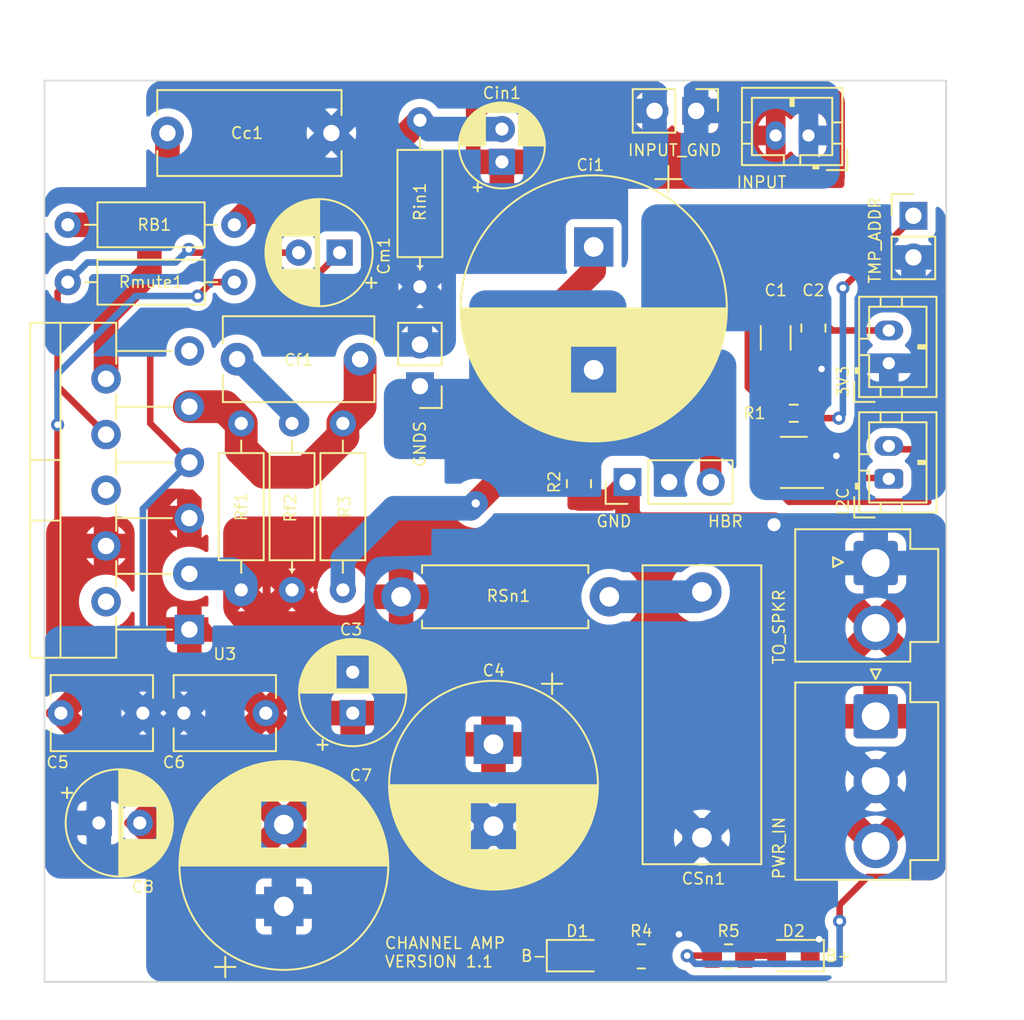
<source format=kicad_pcb>
(kicad_pcb (version 20221018) (generator pcbnew)
  (layers (0 "F.Cu" signal) (31 "B.Cu" signal) (34 "B.Paste" user) (35 "F.Paste" user) (36 "B.SilkS" user "B.Silkscreen") (37 "F.SilkS" user "F.Silkscreen") (38 "B.Mask" user) (39 "F.Mask" user) (44 "Edge.Cuts" user))
  (net 0 "")
  (net 1 "Net-(U3-+)")
  (net 2 "Net-(Cf1-Pad1)")
  (net 3 "CH1-IN")
  (net 4 "Net-(Ci1-Pad1)")
  (net 5 "VP")
  (net 6 "VM")
  (net 7 "CH1-OUT")
  (net 8 "INPUTGND")
  (net 9 "PGND")
  (net 10 "Net-(U3-MUTE)")
  (net 11 "Net-(CSn1-Pad2)")
  (net 12 "Net-(D1-A)")
  (net 13 "Net-(D2-A)")
  (net 14 "Net-(Cin1-Pad2)")
  (net 15 "DGND")
  (net 16 "3V3")
  (net 17 "ADD1")
  (net 18 "SIGGND")
  (net 19 "SCL")
  (net 20 "SDA")
  (net 21 "Net-(J7-Pin_3)")
  (net 25 "CH1GND")
  (net 26 "OPAMP_NEG")
  (footprint "Resistor_THT:R_Axial_DIN0207_L6.3mm_D2.5mm_P10.16mm_Horizontal" (layer "F.Cu") (at 94.5 98.37 -90)
    (fp_text reference "R3" (at 5.08 -0.1 90 unlocked) (layer "F.SilkS") (effects (font (size 0.7 0.7) (thickness 0.1))))
    (fp_text value "1.0K")
    (pad "1" thru_hole circle (at 0 0 270) (size 1.6 1.6) (drill 0.8) (layers "*.Cu" "*.Mask") (net 26 "OPAMP_NEG"))
    (pad "2" thru_hole oval (at 10.16 0 270) (size 1.6 1.6) (drill 0.8) (layers "*.Cu" "*.Mask") (net 4 "Net-(Ci1-Pad1)"))
  )
  (footprint "Capacitor_THT:CP_Radial_D6.3mm_P2.50mm" (layer "F.Cu") (at 79.612621 122.75)
    (fp_text reference "C8" (at 2.687379 3.9 unlocked) (layer "F.SilkS") (effects (font (size 0.7 0.7) (thickness 0.1))))
    (fp_text value "33U 50V")
    (pad "1" thru_hole rect (at 0 0) (size 1.6 1.6) (drill 0.8) (layers "*.Cu" "*.Mask") (net 9 "PGND"))
    (pad "2" thru_hole circle (at 2.5 0) (size 1.6 1.6) (drill 0.8) (layers "*.Cu" "*.Mask") (net 6 "VM"))
  )
  (footprint "Resistor_SMD:R_0805_2012Metric_Pad1.20x1.40mm_HandSolder" (layer "F.Cu") (at 108.9 102.05 -90)
    (fp_text reference "R2" (at -0.1 1.5 90 unlocked) (layer "F.SilkS") (effects (font (size 0.7 0.7) (thickness 0.1))))
    (fp_text value "15R")
    (pad "1" smd roundrect (at -1 0 270) (size 1.2 1.4) (layers "F.Cu" "F.Paste" "F.Mask") (roundrect_rratio 0.2083333333) (net 21 "Net-(J7-Pin_3)"))
    (pad "2" smd roundrect (at 1 0 270) (size 1.2 1.4) (layers "F.Cu" "F.Paste" "F.Mask") (roundrect_rratio 0.2083333333) (net 9 "PGND"))
  )
  (footprint "Capacitor_THT:C_Disc_D11.0mm_W5.0mm_P10.00mm" (layer "F.Cu") (at 83.8 80.65)
    (fp_text reference "Cc1" (at 4.85 0 unlocked) (layer "F.SilkS") (effects (font (size 0.7 0.7) (thickness 0.1))))
    (fp_text value "680P")
    (pad "1" thru_hole circle (at 0 0) (size 2 2) (drill 1) (layers "*.Cu" "*.Mask") (net 1 "Net-(U3-+)"))
    (pad "2" thru_hole circle (at 10 0) (size 2 2) (drill 1) (layers "*.Cu" "*.Mask") (net 8 "INPUTGND"))
  )
  (footprint "Resistor_SMD:R_0805_2012Metric_Pad1.20x1.40mm_HandSolder" (layer "F.Cu") (at 118.025 130.895 180)
    (fp_text reference "R5" (at 0 1.545 unlocked) (layer "F.SilkS") (effects (font (size 0.7 0.7) (thickness 0.1))))
    (fp_text value "9.1K")
    (pad "1" smd roundrect (at -1 0 180) (size 1.2 1.4) (layers "F.Cu" "F.Paste" "F.Mask") (roundrect_rratio 0.2083333333) (net 13 "Net-(D2-A)"))
    (pad "2" smd roundrect (at 1 0 180) (size 1.2 1.4) (layers "F.Cu" "F.Paste" "F.Mask") (roundrect_rratio 0.2083333333) (net 5 "VP"))
  )
  (footprint "Capacitor_THT:CP_Radial_D6.3mm_P2.50mm" (layer "F.Cu") (at 95.1 116.05 90)
    (fp_text reference "C3" (at 5.1 -0.1 unlocked) (layer "F.SilkS") (effects (font (size 0.7 0.7) (thickness 0.1))))
    (fp_text value "33U 50V")
    (pad "1" thru_hole rect (at 0 0 90) (size 1.6 1.6) (drill 0.8) (layers "*.Cu" "*.Mask") (net 5 "VP"))
    (pad "2" thru_hole circle (at 2.5 0 90) (size 1.6 1.6) (drill 0.8) (layers "*.Cu" "*.Mask") (net 9 "PGND"))
  )
  (footprint "Capacitor_THT:CP_Radial_D16.0mm_P7.50mm" (layer "F.Cu") (at 109.8 87.6 -90)
    (fp_text reference "Ci1" (at -5 0.2 unlocked) (layer "F.SilkS") (effects (font (size 0.7 0.7) (thickness 0.1))))
    (fp_text value "1000U 35V")
    (pad "1" thru_hole rect (at 0 0 270) (size 2.4 2.4) (drill 1.2) (layers "*.Cu" "*.Mask") (net 4 "Net-(Ci1-Pad1)"))
    (pad "2" thru_hole circle (at 7.5 0 270) (size 2.4 2.4) (drill 1.2) (layers "*.Cu" "*.Mask") (net 18 "SIGGND"))
  )
  (footprint "MountingHole:MountingHole_3mm" (layer "F.Cu") (at 128.8 129.95)
    (fp_text reference "H4" hide)
    (fp_text value "MountingHole")
    (pad "" np_thru_hole circle (at 0 0) (size 3 3) (drill 3) (layers "*.Cu" "*.Mask"))
  )
  (footprint "Capacitor_THT:C_Disc_D6.0mm_W4.4mm_P5.00mm" (layer "F.Cu") (at 89.8 116.05 180)
    (fp_text reference "C6" (at 5.6 -3 unlocked) (layer "F.SilkS") (effects (font (size 0.7 0.7) (thickness 0.1))))
    (fp_text value "4.7U X7R 50V")
    (pad "1" thru_hole circle (at 0 0 180) (size 1.6 1.6) (drill 0.8) (layers "*.Cu" "*.Mask") (net 5 "VP"))
    (pad "2" thru_hole circle (at 5 0 180) (size 1.6 1.6) (drill 0.8) (layers "*.Cu" "*.Mask") (net 9 "PGND"))
  )
  (footprint "Package_TO_SOT_SMD:SOT-23-6" (layer "F.Cu") (at 122 100.75 180)
    (fp_text reference "U2" hide)
    (fp_text value "TMP100")
    (pad "1" smd roundrect (at -1.1375 -0.95 180) (size 1.325 0.6) (layers "F.Cu" "F.Paste" "F.Mask") (net 19 "SCL"))
    (pad "2" smd roundrect (at -1.1375 0 180) (size 1.325 0.6) (layers "F.Cu" "F.Paste" "F.Mask") (net 15 "DGND"))
    (pad "3" smd roundrect (at -1.1375 0.95 180) (size 1.325 0.6) (layers "F.Cu" "F.Paste" "F.Mask") (net 17 "ADD1"))
    (pad "4" smd roundrect (at 1.1375 0.95 180) (size 1.325 0.6) (layers "F.Cu" "F.Paste" "F.Mask") (net 16 "3V3"))
    (pad "5" smd roundrect (at 1.1375 0 180) (size 1.325 0.6) (layers "F.Cu" "F.Paste" "F.Mask") (net 16 "3V3"))
    (pad "6" smd roundrect (at 1.1375 -0.95 180) (size 1.325 0.6) (layers "F.Cu" "F.Paste" "F.Mask") (net 20 "SDA"))
  )
  (footprint "Connector_JST:JST_PH_B2B-PH-K_1x02_P2.00mm_Vertical" (layer "F.Cu") (at 122.9 80.8 180)
    (fp_text reference "J3" hide)
    (fp_text value "Conn_01x02_Male")
    (pad "1" thru_hole roundrect (at 0 0 180) (size 1.2 1.75) (drill 0.75) (layers "*.Cu" "*.Mask") (roundrect_rratio 0.2083333333) (net 25 "CH1GND"))
    (pad "2" thru_hole oval (at 2 0 180) (size 1.2 1.75) (drill 0.75) (layers "*.Cu" "*.Mask") (net 3 "CH1-IN"))
  )
  (footprint "Resistor_THT:R_Axial_DIN0207_L6.3mm_D2.5mm_P10.16mm_Horizontal" (layer "F.Cu") (at 87.88 86.25 180)
    (fp_text reference "RB1" (at 4.88 0 unlocked) (layer "F.SilkS") (effects (font (size 0.7 0.7) (thickness 0.1))))
    (fp_text value "1.2K")
    (pad "1" thru_hole circle (at 0 0 180) (size 1.6 1.6) (drill 0.8) (layers "*.Cu" "*.Mask") (net 14 "Net-(Cin1-Pad2)"))
    (pad "2" thru_hole oval (at 10.16 0 180) (size 1.6 1.6) (drill 0.8) (layers "*.Cu" "*.Mask") (net 1 "Net-(U3-+)"))
  )
  (footprint "Connector_JST:JST_VH_B3P-VH-B_1x03_P3.96mm_Vertical" (layer "F.Cu") (at 127 116.24 -90)
    (fp_text reference "J9" hide)
    (fp_text value "Conn_01x03_Male")
    (pad "1" thru_hole roundrect (at 0 0 270) (size 2.7 2.7) (drill 1.7) (layers "*.Cu" "*.Mask") (roundrect_rratio 0.09259296296) (net 5 "VP"))
    (pad "2" thru_hole circle (at 3.96 0 270) (size 2.7 2.7) (drill 1.7) (layers "*.Cu" "*.Mask") (net 9 "PGND"))
    (pad "3" thru_hole circle (at 7.92 0 270) (size 2.7 2.7) (drill 1.7) (layers "*.Cu" "*.Mask") (net 6 "VM"))
  )
  (footprint "Connector_JST:JST_PH_B2B-PH-K_1x02_P2.00mm_Vertical" (layer "F.Cu") (at 127.8 101.75 90)
    (fp_text reference "J6" hide)
    (fp_text value "Conn_01x02_Male")
    (pad "1" thru_hole roundrect (at 0 0 90) (size 1.2 1.75) (drill 0.75) (layers "*.Cu" "*.Mask") (roundrect_rratio 0.2083333333) (net 19 "SCL"))
    (pad "2" thru_hole oval (at 2 0 90) (size 1.2 1.75) (drill 0.75) (layers "*.Cu" "*.Mask") (net 20 "SDA"))
  )
  (footprint "Resistor_THT:R_Axial_DIN0411_L9.9mm_D3.6mm_P12.70mm_Horizontal" (layer "F.Cu") (at 110.75 108.95 180)
    (fp_text reference "RSn1" (at 6.15 0.05 unlocked) (layer "F.SilkS") (effects (font (size 0.7 0.7) (thickness 0.1))))
    (fp_text value "4R7")
    (pad "1" thru_hole circle (at 0 0 180) (size 2.4 2.4) (drill 1.2) (layers "*.Cu" "*.Mask") (net 11 "Net-(CSn1-Pad2)"))
    (pad "2" thru_hole oval (at 12.7 0 180) (size 2.4 2.4) (drill 1.2) (layers "*.Cu" "*.Mask") (net 7 "CH1-OUT"))
  )
  (footprint "Connector_PinHeader_2.54mm:PinHeader_1x02_P2.54mm_Vertical" (layer "F.Cu") (at 116.05 79.3 -90)
    (fp_text reference "J2" hide)
    (fp_text value "Conn_01x02_Male")
    (pad "1" thru_hole rect (at 0 0 270) (size 1.7 1.7) (drill 1) (layers "*.Cu" "*.Mask") (net 25 "CH1GND"))
    (pad "2" thru_hole oval (at 0 2.54 270) (size 1.7 1.7) (drill 1) (layers "*.Cu" "*.Mask") (net 8 "INPUTGND"))
  )
  (footprint "Capacitor_THT:C_Disc_D6.0mm_W4.4mm_P5.00mm" (layer "F.Cu") (at 82.3 116.05 180)
    (fp_text reference "C5" (at 5.2 -3 unlocked) (layer "F.SilkS") (effects (font (size 0.7 0.7) (thickness 0.1))))
    (fp_text value "4.7U X74 50V")
    (pad "1" thru_hole circle (at 0 0 180) (size 1.6 1.6) (drill 0.8) (layers "*.Cu" "*.Mask") (net 9 "PGND"))
    (pad "2" thru_hole circle (at 5 0 180) (size 1.6 1.6) (drill 0.8) (layers "*.Cu" "*.Mask") (net 6 "VM"))
  )
  (footprint "Resistor_SMD:R_1206_3216Metric_Pad1.30x1.75mm_HandSolder" (layer "F.Cu") (at 120.9 93.15 90)
    (fp_text reference "C1" (at 2.9 0 unlocked) (layer "F.SilkS") (effects (font (size 0.7 0.7) (thickness 0.1))))
    (fp_text value "10U")
    (pad "1" smd roundrect (at -1.55 0 90) (size 1.3 1.75) (layers "F.Cu" "F.Paste" "F.Mask") (roundrect_rratio 0.1923076923) (net 15 "DGND"))
    (pad "2" smd roundrect (at 1.55 0 90) (size 1.3 1.75) (layers "F.Cu" "F.Paste" "F.Mask") (roundrect_rratio 0.1923076923) (net 16 "3V3"))
  )
  (footprint "MountingHole:MountingHole_3mm" (layer "F.Cu") (at 78.8 79.95)
    (fp_text reference "H1" hide)
    (fp_text value "MountingHole")
    (pad "" np_thru_hole circle (at 0 0) (size 3 3) (drill 3) (layers "*.Cu" "*.Mask"))
  )
  (footprint "Package_TO_SOT_THT:TO-220-11_P3.4x5.08mm_StaggerOdd_Lead4.85mm_Vertical" (layer "F.Cu") (at 85.135 110.95 90)
    (fp_text reference "U3" (at -1.5 2.165 unlocked) (layer "F.SilkS") (effects (font (size 0.7 0.7) (thickness 0.1))))
    (fp_text value "LM3886")
    (pad "1" thru_hole rect (at 0 0 90) (size 1.8 1.8) (drill 1) (layers "*.Cu" "*.Mask") (net 5 "VP"))
    (pad "2" thru_hole oval (at 1.7 -5.08 90) (size 1.8 1.8) (drill 1) (layers "*.Cu" "*.Mask"))
    (pad "3" thru_hole oval (at 3.4 0 90) (size 1.8 1.8) (drill 1) (layers "*.Cu" "*.Mask") (net 7 "CH1-OUT"))
    (pad "4" thru_hole oval (at 5.1 -5.08 90) (size 1.8 1.8) (drill 1) (layers "*.Cu" "*.Mask") (net 6 "VM"))
    (pad "5" thru_hole oval (at 6.8 0 90) (size 1.8 1.8) (drill 1) (layers "*.Cu" "*.Mask") (net 5 "VP"))
    (pad "6" thru_hole oval (at 8.5 -5.08 90) (size 1.8 1.8) (drill 1) (layers "*.Cu" "*.Mask"))
    (pad "7" thru_hole oval (at 10.2 0 90) (size 1.8 1.8) (drill 1) (layers "*.Cu" "*.Mask") (net 9 "PGND"))
    (pad "8" thru_hole oval (at 11.9 -5.08 90) (size 1.8 1.8) (drill 1) (layers "*.Cu" "*.Mask") (net 10 "Net-(U3-MUTE)"))
    (pad "9" thru_hole oval (at 13.6 0 90) (size 1.8 1.8) (drill 1) (layers "*.Cu" "*.Mask") (net 26 "OPAMP_NEG"))
    (pad "10" thru_hole oval (at 15.3 -5.08 90) (size 1.8 1.8) (drill 1) (layers "*.Cu" "*.Mask") (net 1 "Net-(U3-+)"))
    (pad "11" thru_hole oval (at 17 0 90) (size 1.8 1.8) (drill 1) (layers "*.Cu" "*.Mask"))
  )
  (footprint "Capacitor_THT:CP_Radial_D5.0mm_P2.00mm" (layer "F.Cu") (at 104.2 82.410113 90)
    (fp_text reference "Cin1" (at 4.2 0 unlocked) (layer "F.SilkS") (effects (font (size 0.7 0.7) (thickness 0.1))))
    (fp_text value "10UF")
    (pad "1" thru_hole rect (at 0 0 90) (size 1.6 1.6) (drill 0.8) (layers "*.Cu" "*.Mask") (net 3 "CH1-IN"))
    (pad "2" thru_hole circle (at 2 0 90) (size 1.6 1.6) (drill 0.8) (layers "*.Cu" "*.Mask") (net 14 "Net-(Cin1-Pad2)"))
  )
  (footprint "Connector_PinHeader_2.54mm:PinHeader_1x03_P2.54mm_Vertical" (layer "F.Cu") (at 111.86 101.95 90)
    (fp_text reference "J7" hide)
    (fp_text value "Conn_01x03_Male")
    (pad "1" thru_hole rect (at 0 0 90) (size 1.7 1.7) (drill 1) (layers "*.Cu" "*.Mask") (net 9 "PGND"))
    (pad "2" thru_hole oval (at 0 2.54 90) (size 1.7 1.7) (drill 1) (layers "*.Cu" "*.Mask") (net 18 "SIGGND"))
    (pad "3" thru_hole oval (at 0 5.08 90) (size 1.7 1.7) (drill 1) (layers "*.Cu" "*.Mask") (net 21 "Net-(J7-Pin_3)"))
  )
  (footprint "Capacitor_THT:C_Rect_L18.0mm_W7.0mm_P15.00mm_FKS3_FKP3" (layer "F.Cu") (at 116.4 123.65 90)
    (fp_text reference "CSn1" (at -2.5 0.1 unlocked) (layer "F.SilkS") (effects (font (size 0.7 0.7) (thickness 0.1))))
    (fp_text value " 220N PP 100V")
    (pad "1" thru_hole circle (at 0 0 90) (size 2.4 2.4) (drill 1.2) (layers "*.Cu" "*.Mask") (net 9 "PGND"))
    (pad "2" thru_hole circle (at 15 0 90) (size 2.4 2.4) (drill 1.2) (layers "*.Cu" "*.Mask") (net 11 "Net-(CSn1-Pad2)"))
  )
  (footprint "Resistor_SMD:R_0805_2012Metric_Pad1.20x1.40mm_HandSolder" (layer "F.Cu") (at 112.7 130.895)
    (fp_text reference "R4" (at 0 -1.545 unlocked) (layer "F.SilkS") (effects (font (size 0.7 0.7) (thickness 0.1))))
    (fp_text value "9.1K")
    (pad "1" smd roundrect (at -1 0) (size 1.2 1.4) (layers "F.Cu" "F.Paste" "F.Mask") (roundrect_rratio 0.2083333333) (net 12 "Net-(D1-A)"))
    (pad "2" smd roundrect (at 1 0) (size 1.2 1.4) (layers "F.Cu" "F.Paste" "F.Mask") (roundrect_rratio 0.2083333333) (net 9 "PGND"))
  )
  (footprint "Resistor_SMD:R_0603_1608Metric_Pad0.98x0.95mm_HandSolder" (layer "F.Cu") (at 122 97.75)
    (fp_text reference "R1" (at -2.4 0 unlocked) (layer "F.SilkS") (effects (font (size 0.7 0.7) (thickness 0.1))))
    (fp_text value "4.7K")
    (pad "1" smd roundrect (at -0.9125 0) (size 0.975 0.95) (layers "F.Cu" "F.Paste" "F.Mask") (net 16 "3V3"))
    (pad "2" smd roundrect (at 0.9125 0) (size 0.975 0.95) (layers "F.Cu" "F.Paste" "F.Mask") (net 17 "ADD1"))
  )
  (footprint "Connector_JST:JST_PH_B2B-PH-K_1x02_P2.00mm_Vertical" (layer "F.Cu") (at 127.8 94.7 90)
    (fp_text reference "J4" hide)
    (fp_text value "Conn_01x02_Male")
    (pad "1" thru_hole roundrect (at 0 0 90) (size 1.2 1.75) (drill 0.75) (layers "*.Cu" "*.Mask") (roundrect_rratio 0.2083333333) (net 15 "DGND"))
    (pad "2" thru_hole oval (at 2 0 90) (size 1.2 1.75) (drill 0.75) (layers "*.Cu" "*.Mask") (net 16 "3V3"))
  )
  (footprint "MountingHole:MountingHole_3mm" (layer "F.Cu") (at 128.8 79.95)
    (fp_text reference "H2" hide)
    (fp_text value "MountingHole")
    (pad "" np_thru_hole circle (at 0 0) (size 3 3) (drill 3) (layers "*.Cu" "*.Mask"))
  )
  (footprint "Resistor_THT:R_Axial_DIN0207_L6.3mm_D2.5mm_P10.16mm_Horizontal" (layer "F.Cu") (at 77.72 89.75)
    (fp_text reference "Rmute1" (at 5.08 0 unlocked) (layer "F.SilkS") (effects (font (size 0.7 0.7) (thickness 0.1))))
    (fp_text value "38.6K")
    (pad "1" thru_hole circle (at 0 0) (size 1.6 1.6) (drill 0.8) (layers "*.Cu" "*.Mask") (net 10 "Net-(U3-MUTE)"))
    (pad "2" thru_hole oval (at 10.16 0) (size 1.6 1.6) (drill 0.8) (layers "*.Cu" "*.Mask") (net 6 "VM"))
  )
  (footprint "Connector_JST:JST_VH_B2P-VH_1x02_P3.96mm_Vertical" (layer "F.Cu") (at 127 106.89 -90)
    (fp_text reference "J8" hide)
    (fp_text value "Conn_01x02_Male")
    (pad "1" thru_hole roundrect (at 0 0 270) (size 2.7 2.7) (drill 1.7) (layers "*.Cu" "*.Mask") (roundrect_rratio 0.09259296296) (net 9 "PGND"))
    (pad "2" thru_hole circle (at 3.96 0 270) (size 2.7 2.7) (drill 1.7) (layers "*.Cu" "*.Mask") (net 7 "CH1-OUT"))
  )
  (footprint "LED_SMD:LED_0805_2012Metric_Pad1.15x1.40mm_HandSolder" (layer "F.Cu") (at 121.98 130.85 180)
    (fp_text reference "D2" (at -0.02 1.5 unlocked) (layer "F.SilkS") (effects (font (size 0.7 0.7) (thickness 0.1))))
    (fp_text value "BLUE")
    (pad "1" smd roundrect (at -1.025 0 180) (size 1.15 1.4) (layers "F.Cu" "F.Paste" "F.Mask") (roundrect_rratio 0.2173913043) (net 9 "PGND"))
    (pad "2" smd roundrect (at 1.025 0 180) (size 1.15 1.4) (layers "F.Cu" "F.Paste" "F.Mask") (roundrect_rratio 0.2173913043) (net 13 "Net-(D2-A)"))
  )
  (footprint "Connector_PinHeader_2.54mm:PinHeader_1x02_P2.54mm_Vertical" (layer "F.Cu") (at 129.3 85.7)
    (fp_text reference "J1" hide)
    (fp_text value "Conn_01x02_Male")
    (pad "1" thru_hole rect (at 0 0) (size 1.7 1.7) (drill 1) (layers "*.Cu" "*.Mask") (net 17 "ADD1"))
    (pad "2" thru_hole oval (at 0 2.54) (size 1.7 1.7) (drill 1) (layers "*.Cu" "*.Mask") (net 15 "DGND"))
  )
  (footprint "Resistor_THT:R_Axial_DIN0207_L6.3mm_D2.5mm_P10.16mm_Horizontal" (layer "F.Cu") (at 99.2 90.03 90)
    (fp_text reference "Rin1" (at 5.18 0 90 unlocked) (layer "F.SilkS") (effects (font (size 0.7 0.7) (thickness 0.1))))
    (fp_text value "20K")
    (pad "1" thru_hole circle (at 0 0 90) (size 1.6 1.6) (drill 0.8) (layers "*.Cu" "*.Mask") (net 8 "INPUTGND"))
    (pad "2" thru_hole oval (at 10.16 0 90) (size 1.6 1.6) (drill 0.8) (layers "*.Cu" "*.Mask") (net 14 "Net-(Cin1-Pad2)"))
  )
  (footprint "Capacitor_THT:CP_Radial_D6.3mm_P2.50mm" (layer "F.Cu") (at 94.3 87.95 180)
    (fp_text reference "Cm1" (at -2.7 -0.2 90 unlocked) (layer "F.SilkS") (effects (font (size 0.7 0.7) (thickness 0.1))))
    (fp_text value "47U 50V")
    (pad "1" thru_hole rect (at 0 0 180) (size 1.6 1.6) (drill 0.8) (layers "*.Cu" "*.Mask") (net 9 "PGND"))
    (pad "2" thru_hole circle (at 2.5 0 180) (size 1.6 1.6) (drill 0.8) (layers "*.Cu" "*.Mask") (net 10 "Net-(U3-MUTE)"))
  )
  (footprint "Resistor_SMD:R_0805_2012Metric_Pad1.20x1.40mm_HandSolder" (layer "F.Cu") (at 123.2 92.55 90)
    (fp_text reference "C2" (at 2.3 0 unlocked) (layer "F.SilkS") (effects (font (size 0.7 0.7) (thickness 0.1))))
    (fp_text value "100N")
    (pad "1" smd roundrect (at -1 0 90) (size 1.2 1.4) (layers "F.Cu" "F.Paste" "F.Mask") (roundrect_rratio 0.2083333333) (net 15 "DGND"))
    (pad "2" smd roundrect (at 1 0 90) (size 1.2 1.4) (layers "F.Cu" "F.Paste" "F.Mask") (roundrect_rratio 0.2083333333) (net 16 "3V3"))
  )
  (footprint "Capacitor_THT:C_Disc_D9.0mm_W5.0mm_P7.50mm" (layer "F.Cu") (at 88.05 94.45)
    (fp_text reference "Cf1" (at 3.75 0.05 unlocked) (layer "F.SilkS") (effects (font (size 0.7 0.7) (thickness 0.1))))
    (fp_text value "47P")
    (pad "1" thru_hole circle (at 0 0) (size 2 2) (drill 1) (layers "*.Cu" "*.Mask") (net 2 "Net-(Cf1-Pad1)"))
    (pad "2" thru_hole circle (at 7.5 0) (size 2 2) (drill 1) (layers "*.Cu" "*.Mask") (net 26 "OPAMP_NEG"))
  )
  (footprint "Capacitor_THT:CP_Radial_D12.5mm_P5.00mm" (layer "F.Cu") (at 103.6875 117.95 -90)
    (fp_text reference "C4" (at -4.5 -0.0175 unlocked) (layer "F.SilkS") (effects (font (size 0.7 0.7) (thickness 0.1))))
    (fp_text value "1000U 50V")
    (pad "1" thru_hole rect (at 0 0 270) (size 2.4 2.4) (drill 1.2) (layers "*.Cu" "*.Mask") (net 5 "VP"))
    (pad "2" thru_hole circle (at 5 0 270) (size 2.4 2.4) (drill 1.2) (layers "*.Cu" "*.Mask") (net 9 "PGND"))
  )
  (footprint "MountingHole:MountingHole_3mm" (layer "F.Cu") (at 78.8 129.95)
    (fp_text reference "H3" hide)
    (fp_text value "MountingHole")
    (pad "" np_thru_hole circle (at 0 0) (size 3 3) (drill 3) (layers "*.Cu" "*.Mask"))
  )
  (footprint "Resistor_THT:R_Axial_DIN0207_L6.3mm_D2.5mm_P10.16mm_Horizontal" (layer "F.Cu") (at 91.4 108.53 90)
    (fp_text reference "Rf2" (at 5 -0.1 90 unlocked) (layer "F.SilkS") (effects (font (size 0.7 0.7) (thickness 0.1))))
    (fp_text value "20K")
    (pad "1" thru_hole circle (at 0 0 90) (size 1.6 1.6) (drill 0.8) (layers "*.Cu" "*.Mask") (net 7 "CH1-OUT"))
    (pad "2" thru_hole oval (at 10.16 0 90) (size 1.6 1.6) (drill 0.8) (layers "*.Cu" "*.Mask") (net 2 "Net-(Cf1-Pad1)"))
  )
  (footprint "Resistor_THT:R_Axial_DIN0207_L6.3mm_D2.5mm_P10.16mm_Horizontal" (layer "F.Cu") (at 88.3 108.53 90)
    (fp_text reference "Rf1" (at 5.08 0 90 unlocked) (layer "F.SilkS") (effects (font (size 0.7 0.7) (thickness 0.1))))
    (fp_text value "23.7K")
    (pad "1" thru_hole circle (at 0 0 90) (size 1.6 1.6) (drill 0.8) (layers "*.Cu" "*.Mask") (net 7 "CH1-OUT"))
    (pad "2" thru_hole oval (at 10.16 0 90) (size 1.6 1.6) (drill 0.8) (layers "*.Cu" "*.Mask") (net 26 "OPAMP_NEG"))
  )
  (footprint "Connector_PinHeader_2.54mm:PinHeader_1x02_P2.54mm_Vertical" (layer "F.Cu") (at 99.2 96.1 180)
    (fp_text reference "J5" hide)
    (fp_text value "Conn_01x02_Male")
    (pad "1" thru_hole rect (at 0 0 180) (size 1.7 1.7) (drill 1) (layers "*.Cu" "*.Mask") (net 18 "SIGGND"))
    (pad "2" thru_hole oval (at 0 2.54 180) (size 1.7 1.7) (drill 1) (layers "*.Cu" "*.Mask") (net 8 "INPUTGND"))
  )
  (footprint "LED_SMD:LED_0805_2012Metric_Pad1.15x1.40mm_HandSolder" (layer "F.Cu") (at 108.8 130.85)
    (fp_text reference "D1" (at 0 -1.5 unlocked) (layer "F.SilkS") (effects (font (size 0.7 0.7) (thickness 0.1))))
    (fp_text value "YELLOW")
    (pad "1" smd roundrect (at -1.025 0) (size 1.15 1.4) (layers "F.Cu" "F.Paste" "F.Mask") (roundrect_rratio 0.2173913043) (net 6 "VM"))
    (pad "2" smd roundrect (at 1.025 0) (size 1.15 1.4) (layers "F.Cu" "F.Paste" "F.Mask") (roundrect_rratio 0.2173913043) (net 12 "Net-(D1-A)"))
  )
  (footprint "Capacitor_THT:CP_Radial_D12.5mm_P5.00mm" (layer "F.Cu") (at 90.9 127.85 90)
    (fp_text reference "C7" (at 8 4.7 unlocked) (layer "F.SilkS") (effects (font (size 0.7 0.7) (thickness 0.1))))
    (fp_text value "1000U 50V")
    (pad "1" thru_hole rect (at 0 0 90) (size 2.4 2.4) (drill 1.2) (layers "*.Cu" "*.Mask") (net 9 "PGND"))
    (pad "2" thru_hole circle (at 5 0 90) (size 2.4 2.4) (drill 1.2) (layers "*.Cu" "*.Mask") (net 6 "VM"))
  )
  (gr_line (start 131.3 77.45) (end 131.3 132.45) (stroke (width 0.1)) (layer "Edge.Cuts"))
  (gr_line (start 76.3 77.45) (end 76.3 132.45) (stroke (width 0.1)) (layer "Edge.Cuts"))
  (gr_line (start 76.3 77.45) (end 131.3 77.45) (stroke (width 0.1)) (layer "Edge.Cuts"))
  (gr_line (start 76.3 132.45) (end 131.3 132.45) (stroke (width 0.1)) (layer "Edge.Cuts"))
  (gr_text "GND" (at 109.9 104.35) (layer "F.SilkS") (effects (font (size 0.7 0.7) (thickness 0.1)) (justify left)))
  (gr_text "3V3" (at 125 96.85 90) (layer "F.SilkS") (effects (font (size 0.7 0.7) (thickness 0.1)) (justify left)))
  (gr_text "INPUT_GND" (at 111.825 81.7) (layer "F.SilkS") (effects (font (size 0.7 0.7) (thickness 0.1)) (justify left)))
  (gr_text "HBR\n" (at 116.7 104.35) (layer "F.SilkS") (effects (font (size 0.7 0.7) (thickness 0.1)) (justify left)))
  (gr_text "TO_SPKR" (at 121.1 113.136801 90) (layer "F.SilkS") (effects (font (size 0.7 0.7) (thickness 0.1)) (justify left)))
  (gr_text "B+" (at 123.88 130.865) (layer "F.SilkS") (effects (font (size 0.7 0.7) (thickness 0.1)) (justify left)))
  (gr_text "I2C" (at 125 104.05 90) (layer "F.SilkS") (effects (font (size 0.7 0.7) (thickness 0.1)) (justify left)))
  (gr_text "PWR_IN\n" (at 121.1 126.25 90) (layer "F.SilkS") (effects (font (size 0.7 0.7) (thickness 0.1)) (justify left)))
  (gr_text "GNDS" (at 99.2 101.1 90) (layer "F.SilkS") (effects (font (size 0.7 0.7) (thickness 0.1)) (justify left)))
  (gr_text "CHANNEL AMP\nVERSION 1.1" (at 97 130.65) (layer "F.SilkS") (effects (font (size 0.7 0.7) (thickness 0.1)) (justify left)))
  (gr_text "TMP_ADDR\n" (at 126.95 89.9 90) (layer "F.SilkS") (effects (font (size 0.7 0.7) (thickness 0.1)) (justify left)))
  (gr_text "B-" (at 105.3 130.865) (layer "F.SilkS") (effects (font (size 0.7 0.7) (thickness 0.1)) (justify left)))
  (gr_text "INPUT" (at 118.45 83.65) (layer "F.SilkS") (effects (font (size 0.7 0.7) (thickness 0.1)) (justify left)))
  (segment (start 80.055 95.65) (end 80.055 91.795) (width 1.5) (layer "F.Cu") (net 1))
  (segment (start 82.7 89.15) (end 82.7 86.25) (width 1.5) (layer "F.Cu") (net 1))
  (segment (start 80.055 91.795) (end 82.7 89.15) (width 1.5) (layer "F.Cu") (net 1))
  (segment (start 83.8 80.65) (end 83.8 85.15) (width 1.5) (layer "F.Cu") (net 1))
  (segment (start 82.7 86.25) (end 77.72 86.25) (width 1.5) (layer "F.Cu") (net 1))
  (segment (start 83.8 85.15) (end 82.7 86.25) (width 1.5) (layer "F.Cu") (net 1))
  (segment (start 91.8 98.2) (end 88.05 94.45) (width 1.3) (layer "B.Cu") (net 2))
  (segment (start 91.8 98.37) (end 91.8 98.2) (width 1.3) (layer "B.Cu") (net 2))
  (segment (start 102.6 103.25) (end 105.5 100.35) (width 1.5) (layer "F.Cu") (net 4))
  (segment (start 109.8 89.05) (end 109.8 87.6) (width 1.5) (layer "F.Cu") (net 4))
  (segment (start 105.5 93.35) (end 109.8 89.05) (width 1.5) (layer "F.Cu") (net 4))
  (segment (start 105.5 100.35) (end 105.5 93.35) (width 1.5) (layer "F.Cu") (net 4))
  (via (at 102.6 103.25) (size 1) (drill 0.5) (layers "F.Cu" "B.Cu") (net 4))
  (segment (start 97.6 103.55) (end 102.3 103.55) (width 1.5) (layer "B.Cu") (net 4))
  (segment (start 94.5 108.53) (end 94.5 106.65) (width 1.5) (layer "B.Cu") (net 4))
  (segment (start 94.5 106.65) (end 97.6 103.55) (width 1.5) (layer "B.Cu") (net 4))
  (segment (start 102.3 103.55) (end 102.6 103.25) (width 1.5) (layer "B.Cu") (net 4))
  (segment (start 130.4 116.05) (end 130.4 126.05) (width 0.4) (layer "F.Cu") (net 5))
  (segment (start 130.3625 116.0125) (end 130.4 116.05) (width 0.4) (layer "F.Cu") (net 5))
  (segment (start 126.5 126.05) (end 124.8 127.75) (width 0.4) (layer "F.Cu") (net 5))
  (segment (start 126.85 116.0125) (end 130.3625 116.0125) (width 0.4) (layer "F.Cu") (net 5))
  (segment (start 124.8 127.75) (end 124.8 128.75) (width 0.4) (layer "F.Cu") (net 5))
  (segment (start 130.4 126.05) (end 126.5 126.05) (width 0.4) (layer "F.Cu") (net 5))
  (segment (start 115.5 130.85) (end 116.98 130.85) (width 0.4) (layer "F.Cu") (net 5))
  (via (at 115.5 130.85) (size 0.8) (drill 0.4) (layers "F.Cu" "B.Cu") (net 5))
  (via (at 124.8 128.75) (size 0.8) (drill 0.4) (layers "F.Cu" "B.Cu") (net 5))
  (segment (start 124.8 131.35) (end 124.8 128.75) (width 0.4) (layer "B.Cu") (net 5))
  (segment (start 116 131.35) (end 115.5 130.85) (width 0.4) (layer "B.Cu") (net 5))
  (segment (start 124.8 131.35) (end 116 131.35) (width 0.4) (layer "B.Cu") (net 5))
  (segment (start 86.499998 89.75) (end 85.649998 90.6) (width 0.4) (layer "F.Cu") (net 6))
  (segment (start 77.1 104.55) (end 77.8 105.25) (width 0.4) (layer "F.Cu") (net 6))
  (segment (start 77.1 98.45) (end 77.1 104.55) (width 0.4) (layer "F.Cu") (net 6))
  (segment (start 107.775 130.85) (end 107.775 128.075) (width 0.4) (layer "F.Cu") (net 6))
  (segment (start 87.88 89.75) (end 86.499998 89.75) (width 0.4) (layer "F.Cu") (net 6))
  (via (at 77.1 98.45) (size 0.8) (drill 0.4) (layers "F.Cu" "B.Cu") (net 6))
  (via (at 85.649998 90.6) (size 0.8) (drill 0.4) (layers "F.Cu" "B.Cu") (net 6))
  (segment (start 77.1 98.45) (end 77.1 95.35) (width 0.4) (layer "B.Cu") (net 6))
  (segment (start 81.85 90.6) (end 85.649998 90.6) (width 0.4) (layer "B.Cu") (net 6))
  (segment (start 77.1 95.35) (end 81.85 90.6) (width 0.4) (layer "B.Cu") (net 6))
  (segment (start 87.7 107.55) (end 85.135 107.55) (width 2) (layer "B.Cu") (net 7))
  (segment (start 88.3 108.15) (end 87.7 107.55) (width 2) (layer "B.Cu") (net 7))
  (segment (start 88.3 108.53) (end 88.3 108.15) (width 2) (layer "B.Cu") (net 7))
  (segment (start 111.86 104.01) (end 112.4 104.55) (width 1.5) (layer "F.Cu") (net 9))
  (segment (start 90.45 91.8) (end 94.3 87.95) (width 0.4) (layer "F.Cu") (net 9))
  (segment (start 111.86 101.95) (end 111.86 104.01) (width 1.5) (layer "F.Cu") (net 9))
  (segment (start 113.7 130.85) (end 115 129.55) (width 0.4) (layer "F.Cu") (net 9))
  (segment (start 123.005 130.391676) (end 123.547176 129.8495) (width 0.4) (layer "F.Cu") (net 9))
  (segment (start 85.135 100.75) (end 82.75 98.365) (width 0.4) (layer "F.Cu") (net 9))
  (segment (start 108.9 103.05) (end 110.76 103.05) (width 1.3) (layer "F.Cu") (net 9))
  (segment (start 110.76 103.05) (end 111.86 101.95) (width 1.3) (layer "F.Cu") (net 9))
  (segment (start 112.4 104.55) (end 120.8 104.55) (width 1.5) (layer "F.Cu") (net 9))
  (segment (start 82.75 91.8) (end 90.45 91.8) (width 0.4) (layer "F.Cu") (net 9))
  (segment (start 82.75 98.365) (end 82.75 91.8) (width 0.4) (layer "F.Cu") (net 9))
  (via (at 123.547176 129.8495) (size 0.8) (drill 0.4) (layers "F.Cu" "B.Cu") (net 9))
  (via (at 115 129.55) (size 0.8) (drill 0.4) (layers "F.Cu" "B.Cu") (net 9))
  (via (at 120.8 104.55) (size 1) (drill 0.8) (layers "F.Cu" "B.Cu") (net 9))
  (segment (start 82.3 103.585) (end 82.3 111.4) (width 0.4) (layer "B.Cu") (net 9))
  (segment (start 85.135 100.75) (end 82.3 103.585) (width 0.4) (layer "B.Cu") (net 9))
  (segment (start 85.3 87.95) (end 85.1 87.75) (width 0.4) (layer "F.Cu") (net 10))
  (segment (start 80.055 99.05) (end 77.1 96.095) (width 0.4) (layer "F.Cu") (net 10))
  (segment (start 77.1 90.37) (end 77.72 89.75) (width 0.4) (layer "F.Cu") (net 10))
  (segment (start 77.1 96.095) (end 77.1 90.37) (width 0.4) (layer "F.Cu") (net 10))
  (segment (start 91.8 87.95) (end 85.3 87.95) (width 0.4) (layer "F.Cu") (net 10))
  (via (at 85.1 87.75) (size 0.8) (drill 0.4) (layers "F.Cu" "B.Cu") (net 10))
  (segment (start 78.92 88.55) (end 84.3 88.55) (width 0.4) (layer "B.Cu") (net 10))
  (segment (start 77.72 89.75) (end 78.92 88.55) (width 0.4) (layer "B.Cu") (net 10))
  (segment (start 84.3 88.55) (end 85.1 87.75) (width 0.4) (layer "B.Cu") (net 10))
  (segment (start 110.75 108.95) (end 116.1 108.95) (width 2) (layer "B.Cu") (net 11))
  (segment (start 116.1 108.95) (end 116.4 108.65) (width 2) (layer "B.Cu") (net 11))
  (segment (start 109.825 130.95) (end 111.655 130.95) (width 0.4) (layer "F.Cu") (net 12))
  (segment (start 120.955 130.85) (end 119.07 130.85) (width 0.4) (layer "F.Cu") (net 13))
  (segment (start 93.62 85.45) (end 88.679999 85.450001) (width 1.5) (layer "F.Cu") (net 14))
  (segment (start 99.2 79.87) (end 93.62 85.45) (width 1.5) (layer "F.Cu") (net 14))
  (segment (start 88.679999 85.450001) (end 87.88 86.25) (width 1.5) (layer "F.Cu") (net 14))
  (segment (start 99.740113 80.410113) (end 99.2 79.87) (width 1.5) (layer "B.Cu") (net 14))
  (segment (start 104.2 80.410113) (end 99.740113 80.410113) (width 1.5) (layer "B.Cu") (net 14))
  (segment (start 122.05 94.7) (end 123.2 93.55) (width 0.4) (layer "F.Cu") (net 15))
  (segment (start 123.2 94.55) (end 123.7 95.05) (width 0.4) (layer "F.Cu") (net 15))
  (segment (start 123.2 93.55) (end 123.2 94.55) (width 0.4) (layer "F.Cu") (net 15))
  (segment (start 123.1375 100.75) (end 124.2 100.75) (width 0.4) (layer "F.Cu") (net 15))
  (segment (start 120.9 94.7) (end 122.05 94.7) (width 0.4) (layer "F.Cu") (net 15))
  (segment (start 124.2 100.75) (end 124.6 100.35) (width 0.4) (layer "F.Cu") (net 15))
  (via (at 123.7 95.05) (size 0.8) (drill 0.4) (layers "F.Cu" "B.Cu") (net 15))
  (via (at 124.6 100.35) (size 0.8) (drill 0.4) (layers "F.Cu" "B.Cu") (net 15))
  (segment (start 124.35 92.7) (end 123.2 91.55) (width 0.4) (layer "F.Cu") (net 16))
  (segment (start 119.2 96.15) (end 120.8 97.75) (width 0.4) (layer "F.Cu") (net 16))
  (segment (start 120.45 91.6) (end 119.2 92.85) (width 0.4) (layer "F.Cu") (net 16))
  (segment (start 121.0875 99.575) (end 120.8625 99.8) (width 0.4) (layer "F.Cu") (net 16))
  (segment (start 120.8625 99.8) (end 120.8625 100.75) (width 0.4) (layer "F.Cu") (net 16))
  (segment (start 119.2 92.85) (end 119.2 96.15) (width 0.4) (layer "F.Cu") (net 16))
  (segment (start 127.8 92.7) (end 124.35 92.7) (width 0.4) (layer "F.Cu") (net 16))
  (segment (start 123.2 91.55) (end 120.95 91.55) (width 0.4) (layer "F.Cu") (net 16))
  (segment (start 121.0875 97.75) (end 121.0875 99.575) (width 0.4) (layer "F.Cu") (net 16))
  (segment (start 122.9125 97.75) (end 122.9125 99.575) (width 0.4) (layer "F.Cu") (net 17))
  (segment (start 123.2125 98.05) (end 122.9125 97.75) (width 0.4) (layer "F.Cu") (net 17))
  (segment (start 129.3 85.8) (end 125 90.1) (width 0.4) (layer "F.Cu") (net 17))
  (segment (start 124.75 98.05) (end 123.2125 98.05) (width 0.4) (layer "F.Cu") (net 17))
  (segment (start 122.9125 99.575) (end 123.1375 99.8) (width 0.4) (layer "F.Cu") (net 17))
  (segment (start 129.3 85.7) (end 129.3 85.8) (width 0.4) (layer "F.Cu") (net 17))
  (via (at 124.75 98.05) (size 0.8) (drill 0.4) (layers "F.Cu" "B.Cu") (net 17))
  (via (at 125 90.1) (size 0.8) (drill 0.4) (layers "F.Cu" "B.Cu") (net 17))
  (segment (start 125 90.1) (end 125 97.8) (width 0.4) (layer "B.Cu") (net 17))
  (segment (start 125 97.8) (end 124.75 98.05) (width 0.4) (layer "B.Cu") (net 17))
  (segment (start 123.1375 101.7) (end 127.65 101.7) (width 0.4) (layer "F.Cu") (net 19))
  (segment (start 120.8625 101.7) (end 120.8625 102.3125) (width 0.4) (layer "F.Cu") (net 20))
  (segment (start 121.7 103.15) (end 130.2 103.15) (width 0.4) (layer "F.Cu") (net 20))
  (segment (start 130.2 103.15) (end 130.2 100.45) (width 0.4) (layer "F.Cu") (net 20))
  (segment (start 129.7 99.95) (end 128.2 99.95) (width 0.4) (layer "F.Cu") (net 20))
  (segment (start 130.2 100.45) (end 129.7 99.95) (width 0.4) (layer "F.Cu") (net 20))
  (segment (start 120.8625 102.3125) (end 121.7 103.15) (width 0.4) (layer "F.Cu") (net 20))
  (segment (start 108.9 101.05) (end 108.9 99.55) (width 1.3) (layer "F.Cu") (net 21))
  (segment (start 108.9 99.55) (end 109.3 99.15) (width 1.3) (layer "F.Cu") (net 21))
  (segment (start 116.6 99.15) (end 116.94 99.49) (width 1.3) (layer "F.Cu") (net 21))
  (segment (start 109.3 99.15) (end 116.6 99.15) (width 1.3) (layer "F.Cu") (net 21))
  (segment (start 116.94 99.49) (end 116.94 101.95) (width 1.3) (layer "F.Cu") (net 21))
  (segment (start 88.3 99.95) (end 89.7 101.35) (width 2) (layer "F.Cu") (net 26))
  (segment (start 95.55 97.32) (end 95.55 94.45) (width 2) (layer "F.Cu") (net 26))
  (segment (start 89.7 101.35) (end 92.32 101.35) (width 2) (layer "F.Cu") (net 26))
  (segment (start 92.32 101.35) (end 94.5 99.17) (width 2) (layer "F.Cu") (net 26))
  (segment (start 94.5 99.17) (end 94.5 98.37) (width 2) (layer "F.Cu") (net 26))
  (segment (start 88.3 98.37) (end 88.3 99.95) (width 2) (layer "F.Cu") (net 26))
  (segment (start 87.28 97.35) (end 88.3 98.37) (width 2) (layer "F.Cu") (net 26))
  (segment (start 94.5 98.37) (end 95.55 97.32) (width 2) (layer "F.Cu") (net 26))
  (segment (start 85.135 97.35) (end 87.28 97.35) (width 2) (layer "F.Cu") (net 26))
  (zone (net 6) (net_name "VM") (layer "F.Cu") (connect_pads (clearance 0.75)) (min_thickness 0.254) (fill yes (thermal_gap 0.508) (thermal_bridge_width 1.5) (smoothing fillet) (radius 1))
    (polygon (pts (xy 81.8 121.05) (xy 129.8 121.05) (xy 129.8 125.95) (xy 124.6 125.95) (xy 124.6 128.15) (xy 82.6 128.15) (xy 82.6 126.15) (xy 76.4 126.15) (xy 76.4 104.05) (xy 81.8 104.05)))
  )
  (zone (net 3) (net_name "CH1-IN") (layer "F.Cu") (connect_pads (clearance 0.5)) (min_thickness 0.254) (fill yes (thermal_gap 0.508) (thermal_bridge_width 1.5) (smoothing fillet) (radius 1))
    (polygon (pts (xy 125.12 83.35) (xy 125.093099 83.57) (xy 125.093302 84.007709) (xy 122.1 84) (xy 116.107897 84.05) (xy 102 84.05) (xy 102 77.83) (xy 125.12 77.83)))
  )
  (zone (net 5) (net_name "VP") (layer "F.Cu") (connect_pads (clearance 0.75)) (min_thickness 0.254) (fill yes (thermal_gap 0.508) (thermal_bridge_width 1.5) (smoothing chamfer) (radius 1))
    (polygon (pts (xy 86.3 110.55) (xy 89 113.85) (xy 99.497845 113.807302) (xy 111.895691 113.764605) (xy 129.804601 113.729842) (xy 129.705026 120.230315) (xy 82.600067 120.250478) (xy 82.600022 102.350005) (xy 86.3 102.35)))
  )
  (zone (net 7) (net_name "CH1-OUT") (layer "F.Cu") (connect_pads (clearance 0.75)) (min_thickness 0.254) (fill yes (thermal_gap 0.508) (thermal_bridge_width 1.5) (smoothing fillet) (radius 1))
    (polygon (pts (xy 131.298184 112.547328) (xy 89.7 112.918394) (xy 87.2 109.95) (xy 87.2 104.05) (xy 131.3 104.05)))
  )
  (zone (net 9) (net_name "PGND") (layer "B.Cu") (connect_pads (clearance 0.5)) (min_thickness 0.254) (fill yes (thermal_gap 0.508) (thermal_bridge_width 1.5) (smoothing fillet) (radius 1))
    (polygon (pts (xy 99.9 103.85) (xy 132.1 103.85) (xy 132.1 126.25) (xy 124.7 126.25) (xy 124.7 133.25) (xy 82.5 133.25) (xy 82.5 126.15) (xy 75 126.15) (xy 75.1 110.75) (xy 86 110.7) (xy 95.807496 110.7) (xy 95.87981 106.520572) (xy 99.9 106.417616)))
  )
  (zone (net 18) (net_name "SIGGND") (layer "B.Cu") (connect_pads yes (clearance 0.75)) (min_thickness 0.254) (fill yes (thermal_gap 0.508) (thermal_bridge_width 1.5) (smoothing fillet) (radius 1))
    (polygon (pts (xy 111.8 93.85) (xy 118.5 93.85) (xy 118.5 102.85) (xy 100.7 102.85) (xy 100.7 100.55) (xy 97 100.55) (xy 97 95.65) (xy 102.2 95.65) (xy 102.2 90.25) (xy 111.8 90.25)))
  )
  (zone (net 15) (net_name "DGND") (layer "B.Cu") (connect_pads (clearance 0.5)) (min_thickness 0.254) (fill yes (thermal_gap 0.508) (thermal_bridge_width 1.5) (smoothing fillet) (radius 1))
    (polygon (pts (xy 121.4 85) (xy 132 85) (xy 132 103.05) (xy 119.3 103.05) (xy 119.3 92.75) (xy 112.7 92.75) (xy 112.7 85)))
  )
  (zone (net 25) (net_name "CH1GND") (layer "B.Cu") (priority 1) (connect_pads (clearance 0.75)) (min_thickness 0.254) (fill yes (thermal_gap 0.508) (thermal_bridge_width 1.5) (smoothing fillet) (radius 1) (island_removal_mode 1) (island_area_min 10))
    (polygon (pts (xy 115.1 76.95) (xy 115.1 84.05) (xy 124.8 84.05) (xy 124.8 76.75) (xy 125 76.95)))
  )
  (zone (net 8) (net_name "INPUTGND") (layer "B.Cu") (connect_pads (clearance 0.5)) (min_thickness 0.254) (fill yes (thermal_gap 0.508) (thermal_bridge_width 1.5) (smoothing fillet) (radius 1))
    (polygon (pts (xy 114.4 84.05) (xy 111.9 84.05) (xy 111.9 89.25) (xy 101.4 89.25) (xy 101.4 94.3) (xy 75.1 94.3) (xy 75.1 83.95) (xy 82.5 83.95) (xy 82.5 77.05) (xy 114.4 77.05)))
  )
)
</source>
